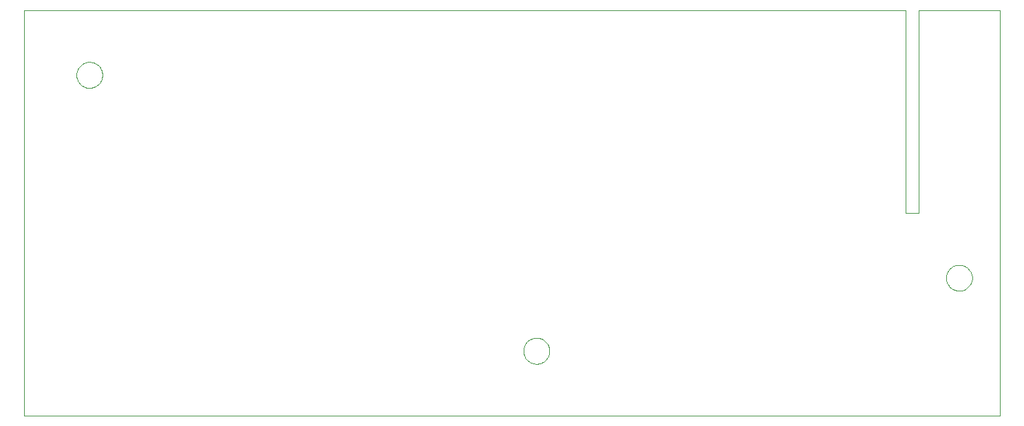
<source format=gbo>
G75*
G70*
%OFA0B0*%
%FSLAX24Y24*%
%IPPOS*%
%LPD*%
%AMOC8*
5,1,8,0,0,1.08239X$1,22.5*
%
%ADD10C,0.0000*%
D10*
X000260Y000260D02*
X000260Y019945D01*
X042937Y019945D01*
X042937Y010103D01*
X043567Y010103D01*
X043567Y019945D01*
X047504Y019945D01*
X047504Y000260D01*
X000260Y000260D01*
X024433Y003410D02*
X024435Y003460D01*
X024441Y003510D01*
X024451Y003559D01*
X024465Y003607D01*
X024482Y003654D01*
X024503Y003699D01*
X024528Y003743D01*
X024556Y003784D01*
X024588Y003823D01*
X024622Y003860D01*
X024659Y003894D01*
X024699Y003924D01*
X024741Y003951D01*
X024785Y003975D01*
X024831Y003996D01*
X024878Y004012D01*
X024926Y004025D01*
X024976Y004034D01*
X025025Y004039D01*
X025076Y004040D01*
X025126Y004037D01*
X025175Y004030D01*
X025224Y004019D01*
X025272Y004004D01*
X025318Y003986D01*
X025363Y003964D01*
X025406Y003938D01*
X025447Y003909D01*
X025486Y003877D01*
X025522Y003842D01*
X025554Y003804D01*
X025584Y003764D01*
X025611Y003721D01*
X025634Y003677D01*
X025653Y003631D01*
X025669Y003583D01*
X025681Y003534D01*
X025689Y003485D01*
X025693Y003435D01*
X025693Y003385D01*
X025689Y003335D01*
X025681Y003286D01*
X025669Y003237D01*
X025653Y003189D01*
X025634Y003143D01*
X025611Y003099D01*
X025584Y003056D01*
X025554Y003016D01*
X025522Y002978D01*
X025486Y002943D01*
X025447Y002911D01*
X025406Y002882D01*
X025363Y002856D01*
X025318Y002834D01*
X025272Y002816D01*
X025224Y002801D01*
X025175Y002790D01*
X025126Y002783D01*
X025076Y002780D01*
X025025Y002781D01*
X024976Y002786D01*
X024926Y002795D01*
X024878Y002808D01*
X024831Y002824D01*
X024785Y002845D01*
X024741Y002869D01*
X024699Y002896D01*
X024659Y002926D01*
X024622Y002960D01*
X024588Y002997D01*
X024556Y003036D01*
X024528Y003077D01*
X024503Y003121D01*
X024482Y003166D01*
X024465Y003213D01*
X024451Y003261D01*
X024441Y003310D01*
X024435Y003360D01*
X024433Y003410D01*
X044906Y006953D02*
X044908Y007003D01*
X044914Y007053D01*
X044924Y007102D01*
X044938Y007150D01*
X044955Y007197D01*
X044976Y007242D01*
X045001Y007286D01*
X045029Y007327D01*
X045061Y007366D01*
X045095Y007403D01*
X045132Y007437D01*
X045172Y007467D01*
X045214Y007494D01*
X045258Y007518D01*
X045304Y007539D01*
X045351Y007555D01*
X045399Y007568D01*
X045449Y007577D01*
X045498Y007582D01*
X045549Y007583D01*
X045599Y007580D01*
X045648Y007573D01*
X045697Y007562D01*
X045745Y007547D01*
X045791Y007529D01*
X045836Y007507D01*
X045879Y007481D01*
X045920Y007452D01*
X045959Y007420D01*
X045995Y007385D01*
X046027Y007347D01*
X046057Y007307D01*
X046084Y007264D01*
X046107Y007220D01*
X046126Y007174D01*
X046142Y007126D01*
X046154Y007077D01*
X046162Y007028D01*
X046166Y006978D01*
X046166Y006928D01*
X046162Y006878D01*
X046154Y006829D01*
X046142Y006780D01*
X046126Y006732D01*
X046107Y006686D01*
X046084Y006642D01*
X046057Y006599D01*
X046027Y006559D01*
X045995Y006521D01*
X045959Y006486D01*
X045920Y006454D01*
X045879Y006425D01*
X045836Y006399D01*
X045791Y006377D01*
X045745Y006359D01*
X045697Y006344D01*
X045648Y006333D01*
X045599Y006326D01*
X045549Y006323D01*
X045498Y006324D01*
X045449Y006329D01*
X045399Y006338D01*
X045351Y006351D01*
X045304Y006367D01*
X045258Y006388D01*
X045214Y006412D01*
X045172Y006439D01*
X045132Y006469D01*
X045095Y006503D01*
X045061Y006540D01*
X045029Y006579D01*
X045001Y006620D01*
X044976Y006664D01*
X044955Y006709D01*
X044938Y006756D01*
X044924Y006804D01*
X044914Y006853D01*
X044908Y006903D01*
X044906Y006953D01*
X002780Y016795D02*
X002782Y016845D01*
X002788Y016895D01*
X002798Y016944D01*
X002812Y016992D01*
X002829Y017039D01*
X002850Y017084D01*
X002875Y017128D01*
X002903Y017169D01*
X002935Y017208D01*
X002969Y017245D01*
X003006Y017279D01*
X003046Y017309D01*
X003088Y017336D01*
X003132Y017360D01*
X003178Y017381D01*
X003225Y017397D01*
X003273Y017410D01*
X003323Y017419D01*
X003372Y017424D01*
X003423Y017425D01*
X003473Y017422D01*
X003522Y017415D01*
X003571Y017404D01*
X003619Y017389D01*
X003665Y017371D01*
X003710Y017349D01*
X003753Y017323D01*
X003794Y017294D01*
X003833Y017262D01*
X003869Y017227D01*
X003901Y017189D01*
X003931Y017149D01*
X003958Y017106D01*
X003981Y017062D01*
X004000Y017016D01*
X004016Y016968D01*
X004028Y016919D01*
X004036Y016870D01*
X004040Y016820D01*
X004040Y016770D01*
X004036Y016720D01*
X004028Y016671D01*
X004016Y016622D01*
X004000Y016574D01*
X003981Y016528D01*
X003958Y016484D01*
X003931Y016441D01*
X003901Y016401D01*
X003869Y016363D01*
X003833Y016328D01*
X003794Y016296D01*
X003753Y016267D01*
X003710Y016241D01*
X003665Y016219D01*
X003619Y016201D01*
X003571Y016186D01*
X003522Y016175D01*
X003473Y016168D01*
X003423Y016165D01*
X003372Y016166D01*
X003323Y016171D01*
X003273Y016180D01*
X003225Y016193D01*
X003178Y016209D01*
X003132Y016230D01*
X003088Y016254D01*
X003046Y016281D01*
X003006Y016311D01*
X002969Y016345D01*
X002935Y016382D01*
X002903Y016421D01*
X002875Y016462D01*
X002850Y016506D01*
X002829Y016551D01*
X002812Y016598D01*
X002798Y016646D01*
X002788Y016695D01*
X002782Y016745D01*
X002780Y016795D01*
M02*

</source>
